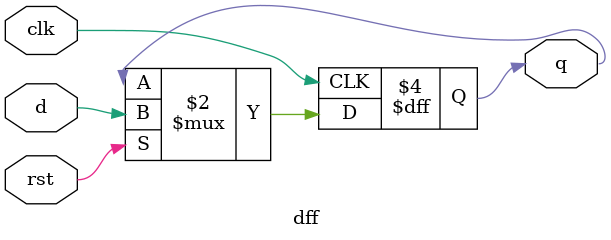
<source format=v>
`timescale 1ns / 1ps
module dff(d,q,clk,rst  );

input   d;
input   clk,rst;
output  q;
reg     q;

always @(posedge clk) 
if(rst)
begin

 q <= d; 
 
 end
    


endmodule

</source>
